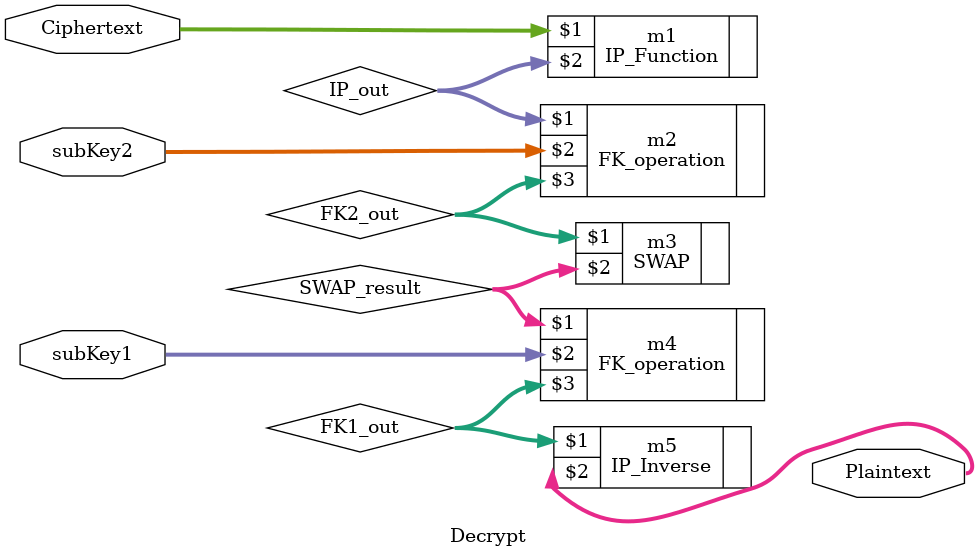
<source format=v>
/*
    module Decrypt()

    Takes ciphertext to be decrypted and two subkeys generated by another
    module to return the plaintext. This, in essence, is a mirror of the
    encrypt module but with the two Fk modules wired in opposite order;
    subKey2 is taken in as the first key and subKey1 is taken in the second
    Fk.
*/

module Decrypt(

    input [7:0] Ciphertext,
    input [7:0] subKey1,
    input [7:0] subKey2,
    output [7:0] Plaintext

);

wire [7:0] IP_out;

IP_Function m1(Ciphertext, IP_out);

wire [7:0] FK2_out;

FK_operation m2(IP_out, subKey2, FK2_out);

wire [7:0] SWAP_result;

SWAP m3(FK2_out, SWAP_result);

wire [7:0] FK1_out;

FK_operation m4(SWAP_result, subKey1, FK1_out);

IP_Inverse m5(FK1_out, Plaintext);

endmodule
</source>
